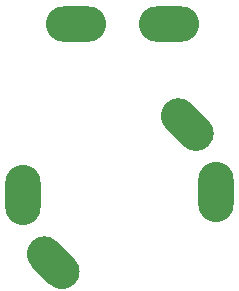
<source format=gbr>
%TF.GenerationSoftware,KiCad,Pcbnew,(5.1.9)-1*%
%TF.CreationDate,2022-03-15T16:17:15-05:00*%
%TF.ProjectId,ArmMotorPCB,41726d4d-6f74-46f7-9250-43422e6b6963,rev?*%
%TF.SameCoordinates,Original*%
%TF.FileFunction,Soldermask,Top*%
%TF.FilePolarity,Negative*%
%FSLAX46Y46*%
G04 Gerber Fmt 4.6, Leading zero omitted, Abs format (unit mm)*
G04 Created by KiCad (PCBNEW (5.1.9)-1) date 2022-03-15 16:17:15*
%MOMM*%
%LPD*%
G01*
G04 APERTURE LIST*
%ADD10O,3.000000X5.100000*%
%ADD11O,5.100000X3.000000*%
G04 APERTURE END LIST*
%TO.C,TP1*%
G36*
G01*
X143708882Y-55828203D02*
X145193808Y-57313129D01*
G75*
G02*
X145193808Y-59434447I-1060659J-1060659D01*
G01*
X145193808Y-59434447D01*
G75*
G02*
X143072490Y-59434447I-1060659J1060659D01*
G01*
X141587564Y-57949521D01*
G75*
G02*
X141587564Y-55828203I1060659J1060659D01*
G01*
X141587564Y-55828203D01*
G75*
G02*
X143708882Y-55828203I1060659J-1060659D01*
G01*
G37*
%TD*%
%TO.C,TP2*%
G36*
G01*
X131722578Y-71132257D02*
X130237652Y-69647331D01*
G75*
G02*
X130237652Y-67526013I1060659J1060659D01*
G01*
X130237652Y-67526013D01*
G75*
G02*
X132358970Y-67526013I1060659J-1060659D01*
G01*
X133843896Y-69010939D01*
G75*
G02*
X133843896Y-71132257I-1060659J-1060659D01*
G01*
X133843896Y-71132257D01*
G75*
G02*
X131722578Y-71132257I-1060659J1060659D01*
G01*
G37*
%TD*%
D10*
%TO.C,TP2*%
X129519400Y-63623000D03*
%TD*%
%TO.C,TP1*%
X145816600Y-63377000D03*
%TD*%
D11*
%TO.C,Conn1*%
X133932000Y-49150000D03*
X141832000Y-49150000D03*
%TD*%
M02*

</source>
